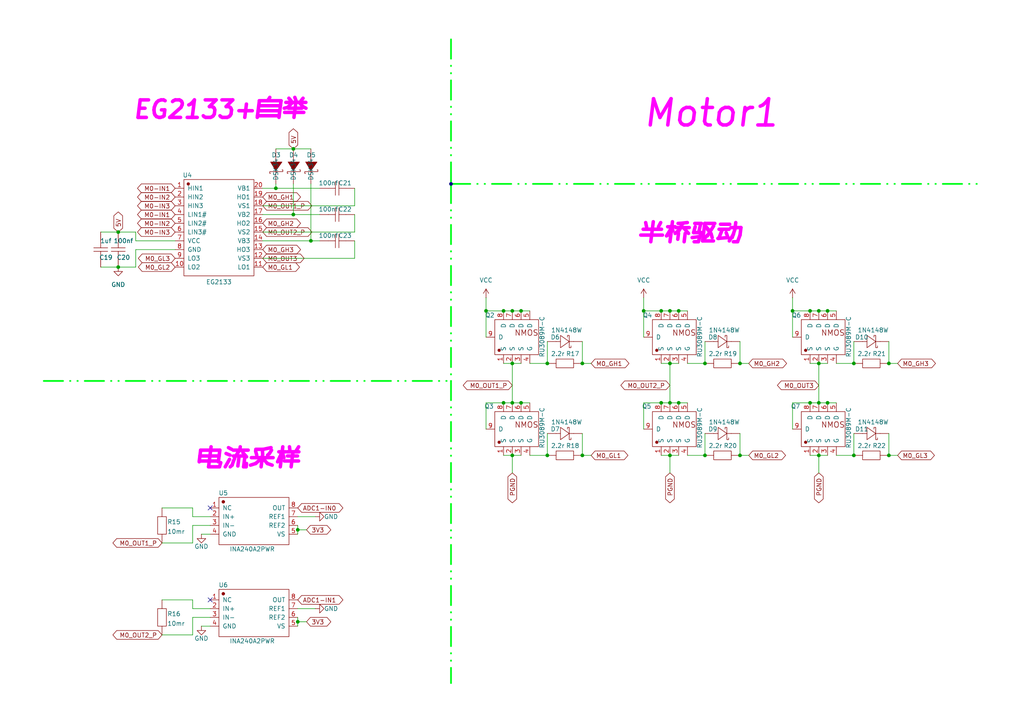
<source format=kicad_sch>
(kicad_sch (version 20250114) (generator "eeschema") (generator_version "9.0")
  (paper "A4")
  (title_block (title "Drive1") (date "2025-01-24") (rev "Dennis_Re_Yoonjiho"))
  (lib_symbols
    (symbol "Ts_Foc_Vo符号库:1N4148W" (pin_numbers (hide yes)) (pin_names (offset 1.016) (hide yes))
      (property "Reference" "D" (at -5.08 1.524 0))
      (property "Value" "1N4148W" (at 1.016 3.048 0))
      (symbol "1N4148W_1_1"
        (polyline (pts (xy -2.54 0) (xy -1.27 0)) (stroke (width 0.1524)))
        (polyline (pts (xy -1.27 -1.778) (xy 1.27 0) (xy -1.27 1.778) (xy -1.27 -1.778)) (stroke (width 0.1524)))
        (polyline (pts (xy 1.27 0) (xy 2.54 0)) (stroke (width 0.1524)))
        (polyline (pts (xy 1.778 -1.27) (xy 1.778 -1.778) (xy 1.27 -1.778) (xy 1.27 1.778) (xy 0.762 1.778) (xy 0.762 1.27)) (stroke (width 0.1524)))
        (pin input line (at -5.08 0 0) (length 2.54) (name "A") (number "1"))
        (pin input line (at 5.08 0 180) (length 2.54) (name "K") (number "2"))
      )
    )
    (symbol "Ts_Foc_Vo符号库:CAP" (pin_numbers (hide yes)) (pin_names (offset 1.016) (hide yes))
      (property "Reference" "C" (at -2.286 1.524 0))
      (property "Value" "Value" (at 3.81 1.524 0))
      (symbol "CAP_1_1"
        (polyline (pts (xy -0.508 0) (xy -2.54 0)) (stroke (width 0.1524)))
        (polyline (pts (xy -0.508 -2.032) (xy -0.508 2.032)) (stroke (width 0.1524)))
        (polyline (pts (xy 0.508 2.032) (xy 0.508 -2.032)) (stroke (width 0.1524)))
        (polyline (pts (xy 2.54 0) (xy 0.508 0)) (stroke (width 0.1524)))
        (pin input line (at -5.08 0 0) (length 2.54) (name "1") (number "1"))
        (pin input line (at 5.08 0 180) (length 2.54) (name "2") (number "2"))
      )
    )
    (symbol "Ts_Foc_Vo符号库:DSK34" (pin_numbers (hide yes)) (pin_names (offset 1.016) (hide yes))
      (property "Reference" "D" (at -4.064 1.778 0))
      (property "Value" "DSK34" (at 3.048 2.54 0))
      (symbol "DSK34_1_1"
        (polyline (pts (xy -2.032 1.524) (xy -2.032 1.778) (xy -1.524 1.778) (xy -1.524 -2.032) (xy -1.016 -2.032) (xy -1.016 -1.778)) (stroke (width 0.1524)))
        (polyline (pts (xy 1.27 1.524) (xy -1.27 0) (xy 1.27 -1.778) (xy 1.27 1.524)) (stroke (width 0.1524)) (fill (type outline)))
        (pin input line (at -5.08 0 0) (length 3.81) (name "K") (number "1"))
        (pin input line (at 5.08 0 180) (length 3.81) (name "A") (number "2"))
      )
    )
    (symbol "Ts_Foc_Vo符号库:EG2133" (pin_names (offset 1.016))
      (property "Reference" "U" (at -9.652 14.986 0))
      (property "Value" "EG2133" (at 1.524 15.494 0))
      (symbol "EG2133_1_1"
        (rectangle (start -10.16 13.97) (end 10.16 -13.97) (stroke (width 0.1524)))
        (circle (center -8.89 12.7) (radius 0.381) (stroke (width 0.1524)) (fill (type outline)))
        (pin input line (at -12.7 11.43 0) (length 2.54) (name "HIN1") (number "1"))
        (pin input line (at -12.7 8.89 0) (length 2.54) (name "HIN2") (number "2"))
        (pin input line (at -12.7 6.35 0) (length 2.54) (name "HIN3") (number "3"))
        (pin input line (at -12.7 3.81 0) (length 2.54) (name "LIN1#") (number "4"))
        (pin input line (at -12.7 1.27 0) (length 2.54) (name "LIN2#") (number "5"))
        (pin input line (at -12.7 -1.27 0) (length 2.54) (name "LIN3#") (number "6"))
        (pin input line (at -12.7 -3.81 0) (length 2.54) (name "VCC") (number "7"))
        (pin input line (at -12.7 -6.35 0) (length 2.54) (name "GND") (number "8"))
        (pin input line (at -12.7 -8.89 0) (length 2.54) (name "LO3") (number "9"))
        (pin input line (at -12.7 -11.43 0) (length 2.54) (name "LO2") (number "10"))
        (pin input line (at 12.7 11.43 180) (length 2.54) (name "VB1") (number "20"))
        (pin input line (at 12.7 8.89 180) (length 2.54) (name "HO1") (number "19"))
        (pin input line (at 12.7 6.35 180) (length 2.54) (name "VS1") (number "18"))
        (pin input line (at 12.7 3.81 180) (length 2.54) (name "VB2") (number "17"))
        (pin input line (at 12.7 1.27 180) (length 2.54) (name "HO2") (number "16"))
        (pin input line (at 12.7 -1.27 180) (length 2.54) (name "VS2") (number "15"))
        (pin input line (at 12.7 -3.81 180) (length 2.54) (name "VB3") (number "14"))
        (pin input line (at 12.7 -6.35 180) (length 2.54) (name "HO3") (number "13"))
        (pin input line (at 12.7 -8.89 180) (length 2.54) (name "VS3") (number "12"))
        (pin input line (at 12.7 -11.43 180) (length 2.54) (name "LO1") (number "11"))
      )
    )
    (symbol "Ts_Foc_Vo符号库:INA240A2PWR" (pin_names (offset 1.016))
      (property "Reference" "U" (at -9.906 8.128 0))
      (property "Value" "INA240A2PWR" (at 0.762 8.128 0))
      (symbol "INA240A2PWR_1_1"
        (rectangle (start -10.16 6.858) (end 10.16 -6.858) (stroke (width 0.1524)))
        (circle (center -8.89 5.588) (radius 0.381) (stroke (width 0.1524)) (fill (type outline)))
        (circle (center -8.89 5.588) (radius 0.381) (stroke (width 0.1524)) (fill (type outline)))
        (pin input line (at -12.7 3.81 0) (length 2.54) (name "NC") (number "1"))
        (pin input line (at -12.7 1.27 0) (length 2.54) (name "IN+") (number "2"))
        (pin input line (at -12.7 -1.27 0) (length 2.54) (name "IN-") (number "3"))
        (pin input line (at -12.7 -3.81 0) (length 2.54) (name "GND") (number "4"))
        (pin input line (at 12.7 3.81 180) (length 2.54) (name "OUT") (number "8"))
        (pin input line (at 12.7 1.27 180) (length 2.54) (name "REF1") (number "7"))
        (pin input line (at 12.7 -1.27 180) (length 2.54) (name "REF2") (number "6"))
        (pin input line (at 12.7 -3.81 180) (length 2.54) (name "VS") (number "5"))
      )
    )
    (symbol "Ts_Foc_Vo符号库:RES" (pin_numbers (hide yes)) (pin_names (offset 1.016) (hide yes))
      (property "Reference" "R" (at -2.286 2.032 0))
      (property "Value" "Value" (at 2.286 2.032 0))
      (symbol "RES_1_1"
        (rectangle (start -2.54 1.27) (end 2.54 -1.27) (stroke (width 0.1524)))
        (pin input line (at -5.08 0 0) (length 2.54) (name "1") (number "1"))
        (pin input line (at 5.08 0 180) (length 2.54) (name "2") (number "2"))
      )
    )
    (symbol "Ts_Foc_Vo符号库:RU3089M-C" (pin_names (offset 1.016))
      (property "Reference" "Q" (at -4.572 6.096 0))
      (property "Value" "RU3089M-C" (at 0.254 -8.89 0))
      (symbol "RU3089M-C_1_1"
        (rectangle (start -5.08 5.08) (end 5.08 -7.62) (stroke (width 0.1524)))
        (circle (center -3.81 3.81) (radius 0.381) (stroke (width 0.1524)) (fill (type outline)))
        (text "NMOS" (at 1.27 -7.62 900) (effects (font (size 1.6256 1.6256)) (justify left)))
        (pin input line (at -7.62 2.54 0) (length 2.54) (name "S") (number "1"))
        (pin input line (at -7.62 0 0) (length 2.54) (name "S") (number "2"))
        (pin input line (at -7.62 -2.54 0) (length 2.54) (name "S") (number "3"))
        (pin input line (at -7.62 -5.08 0) (length 2.54) (name "G") (number "4"))
        (pin input line (at 0 7.62 270) (length 2.54) (name "D") (number "9"))
        (pin input line (at 7.62 2.54 180) (length 2.54) (name "D") (number "8"))
        (pin input line (at 7.62 0 180) (length 2.54) (name "D") (number "7"))
        (pin input line (at 7.62 -2.54 180) (length 2.54) (name "D") (number "6"))
        (pin input line (at 7.62 -5.08 180) (length 2.54) (name "D") (number "5"))
      )
    )
    (symbol "power:GND" (power) (pin_numbers (hide yes)) (pin_names (offset 0) (hide yes))
      (property "Value" "GND" (at 0 -3.81 0))
      (symbol "GND_0_1"
        (polyline (pts (xy 0 0) (xy 0 -1.27) (xy 1.27 -1.27) (xy 0 -2.54) (xy -1.27 -1.27) (xy 0 -1.27)))
      )
      (symbol "GND_1_1"
        (pin power_in line (at 0 0 270) (length 0) (name "~") (number "1"))
      )
    )
    (symbol "power:VCC" (power) (pin_numbers (hide yes)) (pin_names (offset 0) (hide yes))
      (property "Value" "VCC" (at 0 3.556 0))
      (symbol "VCC_0_1"
        (polyline (pts (xy -0.762 1.27) (xy 0 2.54)))
        (polyline (pts (xy 0 2.54) (xy 0.762 1.27)))
        (polyline (pts (xy 0 0) (xy 0 2.54)))
      )
      (symbol "VCC_1_1"
        (pin power_in line (at 0 0 90) (length 0) (name "~") (number "1"))
      )
    )
  )
  (text "电流采样" (exclude_from_sim yes) (at 72.136 133.35 0) (effects (font (size 5.08 5.08) (thickness 1.016) (bold yes) (italic yes))))
  (text "Motor1\n" (exclude_from_sim yes) (at 206.248 33.02 0) (effects (font (size 7.62 7.62) (thickness 1.016) (bold yes) (italic yes))))
  (text "半桥驱动" (exclude_from_sim yes) (at 200.152 68.072 0) (effects (font (size 5.08 5.08) (thickness 1.016) (bold yes) (italic yes))))
  (text "EG2133+自举" (exclude_from_sim yes) (at 64.008 32.004 0) (effects (font (size 5.08 5.08) (thickness 1.016) (bold yes) (italic yes))))
  (junction (at 229.87 90.17))
  (junction (at 146.05 116.84))
  (junction (at 34.29 67.31))
  (junction (at 234.95 116.84))
  (junction (at 86.36 153.67))
  (junction (at 240.03 116.84))
  (junction (at 194.31 105.41))
  (junction (at 191.77 116.84))
  (junction (at 257.81 105.41))
  (junction (at 214.63 132.08))
  (junction (at 247.65 132.08))
  (junction (at 194.31 132.08))
  (junction (at 90.17 69.85))
  (junction (at 257.81 132.08))
  (junction (at 80.01 54.61))
  (junction (at 146.05 90.17))
  (junction (at 86.36 180.34))
  (junction (at 148.59 105.41))
  (junction (at 85.09 43.18))
  (junction (at 130.81 53.34))
  (junction (at 148.59 90.17))
  (junction (at 130.81 110.49) (diameter 0.127) (color 0 255 25 1))
  (junction (at 151.13 116.84))
  (junction (at 34.29 77.47))
  (junction (at 151.13 90.17))
  (junction (at 237.49 132.08))
  (junction (at 214.63 105.41))
  (junction (at 196.85 116.84))
  (junction (at 186.69 90.17))
  (junction (at 194.31 116.84))
  (junction (at 168.91 105.41))
  (junction (at 168.91 132.08))
  (junction (at 237.49 116.84))
  (junction (at 140.97 90.17))
  (junction (at 148.59 132.08))
  (junction (at 240.03 90.17))
  (junction (at 194.31 90.17))
  (junction (at 85.09 62.23))
  (junction (at 148.59 116.84))
  (junction (at 204.47 105.41))
  (junction (at 234.95 90.17))
  (junction (at 247.65 105.41))
  (junction (at 158.75 132.08))
  (junction (at 191.77 90.17))
  (junction (at 237.49 105.41))
  (junction (at 158.75 105.41))
  (junction (at 237.49 90.17))
  (junction (at 196.85 90.17))
  (junction (at 204.47 132.08))
  (no_connect (at 60.96 147.32))
  (no_connect (at 60.96 173.99))
  (wire (pts (xy 242.57 132.08) (xy 247.65 132.08)))
  (wire (pts (xy 80.01 54.61) (xy 92.71 54.61)))
  (wire (pts (xy 240.03 90.17) (xy 242.57 90.17)))
  (bus (pts (xy 130.81 110.49) (xy 130.81 198.12)) (stroke (width 0.508) (type dash_dot_dot) (color 0 255 25 1)))
  (wire (pts (xy 102.87 74.93) (xy 76.2 74.93)))
  (wire (pts (xy 60.96 149.86) (xy 55.88 149.86)))
  (wire (pts (xy 237.49 137.16) (xy 237.49 132.08)))
  (wire (pts (xy 102.87 67.31) (xy 76.2 67.31)))
  (wire (pts (xy 140.97 90.17) (xy 140.97 97.79)))
  (wire (pts (xy 229.87 90.17) (xy 229.87 97.79)))
  (wire (pts (xy 46.99 184.15) (xy 55.88 184.15)))
  (wire (pts (xy 168.91 125.73) (xy 168.91 132.08)))
  (wire (pts (xy 257.81 105.41) (xy 260.35 105.41)))
  (wire (pts (xy 158.75 125.73) (xy 158.75 132.08)))
  (wire (pts (xy 146.05 90.17) (xy 140.97 90.17)))
  (wire (pts (xy 90.17 69.85) (xy 92.71 69.85)))
  (wire (pts (xy 214.63 125.73) (xy 214.63 132.08)))
  (wire (pts (xy 237.49 116.84) (xy 240.03 116.84)))
  (wire (pts (xy 34.29 67.31) (xy 39.37 67.31)))
  (wire (pts (xy 146.05 105.41) (xy 148.59 105.41)))
  (wire (pts (xy 199.39 132.08) (xy 204.47 132.08)))
  (wire (pts (xy 186.69 124.46) (xy 186.69 116.84)))
  (wire (pts (xy 240.03 116.84) (xy 242.57 116.84)))
  (wire (pts (xy 76.2 69.85) (xy 90.17 69.85)))
  (wire (pts (xy 146.05 116.84) (xy 148.59 116.84)))
  (wire (pts (xy 146.05 132.08) (xy 148.59 132.08)))
  (wire (pts (xy 196.85 116.84) (xy 199.39 116.84)))
  (wire (pts (xy 194.31 116.84) (xy 196.85 116.84)))
  (wire (pts (xy 148.59 105.41) (xy 148.59 116.84)))
  (wire (pts (xy 234.95 116.84) (xy 237.49 116.84)))
  (wire (pts (xy 229.87 116.84) (xy 234.95 116.84)))
  (wire (pts (xy 247.65 99.06) (xy 247.65 105.41)))
  (wire (pts (xy 55.88 149.86) (xy 55.88 147.32)))
  (wire (pts (xy 148.59 116.84) (xy 151.13 116.84)))
  (wire (pts (xy 85.09 62.23) (xy 92.71 62.23)))
  (wire (pts (xy 194.31 132.08) (xy 196.85 132.08)))
  (wire (pts (xy 186.69 90.17) (xy 186.69 97.79)))
  (wire (pts (xy 86.36 179.07) (xy 86.36 180.34)))
  (wire (pts (xy 257.81 125.73) (xy 257.81 132.08)))
  (wire (pts (xy 80.01 53.34) (xy 80.01 54.61)))
  (wire (pts (xy 191.77 116.84) (xy 194.31 116.84)))
  (wire (pts (xy 148.59 90.17) (xy 151.13 90.17)))
  (bus (pts (xy 12.7 110.49) (xy 130.81 110.49)) (stroke (width 0.508) (type dash_dot_dot) (color 0 255 25 1)))
  (wire (pts (xy 60.96 176.53) (xy 55.88 176.53)))
  (wire (pts (xy 46.99 157.48) (xy 55.88 157.48)))
  (wire (pts (xy 91.44 176.53) (xy 86.36 176.53)))
  (wire (pts (xy 237.49 90.17) (xy 240.03 90.17)))
  (wire (pts (xy 85.09 43.18) (xy 90.17 43.18)))
  (wire (pts (xy 194.31 105.41) (xy 194.31 116.84)))
  (wire (pts (xy 148.59 105.41) (xy 151.13 105.41)))
  (wire (pts (xy 55.88 184.15) (xy 55.88 179.07)))
  (wire (pts (xy 39.37 72.39) (xy 39.37 77.47)))
  (bus (pts (xy 130.81 11.43) (xy 130.81 53.34)) (stroke (width 0.508) (type dash_dot_dot) (color 0 255 25 1)))
  (wire (pts (xy 191.77 90.17) (xy 194.31 90.17)))
  (wire (pts (xy 191.77 105.41) (xy 194.31 105.41)))
  (wire (pts (xy 76.2 62.23) (xy 85.09 62.23)))
  (wire (pts (xy 90.17 53.34) (xy 90.17 69.85)))
  (wire (pts (xy 199.39 105.41) (xy 204.47 105.41)))
  (wire (pts (xy 234.95 132.08) (xy 237.49 132.08)))
  (wire (pts (xy 214.63 132.08) (xy 217.17 132.08)))
  (wire (pts (xy 86.36 152.4) (xy 86.36 153.67)))
  (wire (pts (xy 158.75 99.06) (xy 158.75 105.41)))
  (wire (pts (xy 214.63 105.41) (xy 217.17 105.41)))
  (wire (pts (xy 39.37 67.31) (xy 39.37 69.85)))
  (wire (pts (xy 186.69 86.36) (xy 186.69 90.17)))
  (wire (pts (xy 55.88 152.4) (xy 60.96 152.4)))
  (wire (pts (xy 151.13 90.17) (xy 153.67 90.17)))
  (wire (pts (xy 194.31 137.16) (xy 194.31 132.08)))
  (wire (pts (xy 140.97 86.36) (xy 140.97 90.17)))
  (bus (pts (xy 130.81 53.34) (xy 130.81 110.49)) (stroke (width 0.508) (type dash_dot_dot) (color 0 255 25 1)))
  (wire (pts (xy 234.95 105.41) (xy 237.49 105.41)))
  (wire (pts (xy 29.21 77.47) (xy 34.29 77.47)))
  (wire (pts (xy 86.36 153.67) (xy 86.36 154.94)))
  (wire (pts (xy 76.2 54.61) (xy 80.01 54.61)))
  (wire (pts (xy 80.01 43.18) (xy 85.09 43.18)))
  (wire (pts (xy 194.31 90.17) (xy 196.85 90.17)))
  (bus (pts (xy 130.81 53.34) (xy 284.48 53.34)) (stroke (width 0.508) (type dash_dot_dot) (color 0 255 25 1)))
  (wire (pts (xy 186.69 116.84) (xy 191.77 116.84)))
  (wire (pts (xy 153.67 105.41) (xy 158.75 105.41)))
  (wire (pts (xy 196.85 90.17) (xy 199.39 90.17)))
  (wire (pts (xy 140.97 116.84) (xy 146.05 116.84)))
  (wire (pts (xy 247.65 125.73) (xy 247.65 132.08)))
  (wire (pts (xy 102.87 62.23) (xy 102.87 67.31)))
  (wire (pts (xy 168.91 132.08) (xy 171.45 132.08)))
  (wire (pts (xy 191.77 132.08) (xy 194.31 132.08)))
  (wire (pts (xy 214.63 99.06) (xy 214.63 105.41)))
  (wire (pts (xy 234.95 90.17) (xy 229.87 90.17)))
  (wire (pts (xy 102.87 59.69) (xy 76.2 59.69)))
  (wire (pts (xy 194.31 105.41) (xy 196.85 105.41)))
  (wire (pts (xy 140.97 124.46) (xy 140.97 116.84)))
  (wire (pts (xy 229.87 124.46) (xy 229.87 116.84)))
  (wire (pts (xy 91.44 149.86) (xy 86.36 149.86)))
  (wire (pts (xy 168.91 99.06) (xy 168.91 105.41)))
  (wire (pts (xy 229.87 86.36) (xy 229.87 90.17)))
  (wire (pts (xy 55.88 157.48) (xy 55.88 152.4)))
  (wire (pts (xy 39.37 77.47) (xy 34.29 77.47)))
  (wire (pts (xy 88.9 180.34) (xy 86.36 180.34)))
  (wire (pts (xy 55.88 176.53) (xy 55.88 173.99)))
  (wire (pts (xy 204.47 125.73) (xy 204.47 132.08)))
  (wire (pts (xy 86.36 180.34) (xy 86.36 181.61)))
  (wire (pts (xy 50.8 72.39) (xy 39.37 72.39)))
  (wire (pts (xy 146.05 90.17) (xy 148.59 90.17)))
  (wire (pts (xy 29.21 67.31) (xy 34.29 67.31)))
  (wire (pts (xy 102.87 54.61) (xy 102.87 59.69)))
  (wire (pts (xy 234.95 90.17) (xy 237.49 90.17)))
  (wire (pts (xy 242.57 105.41) (xy 247.65 105.41)))
  (wire (pts (xy 237.49 105.41) (xy 240.03 105.41)))
  (wire (pts (xy 237.49 105.41) (xy 237.49 116.84)))
  (wire (pts (xy 85.09 53.34) (xy 85.09 62.23)))
  (wire (pts (xy 55.88 147.32) (xy 46.99 147.32)))
  (wire (pts (xy 257.81 99.06) (xy 257.81 105.41)))
  (wire (pts (xy 148.59 137.16) (xy 148.59 132.08)))
  (wire (pts (xy 191.77 90.17) (xy 186.69 90.17)))
  (wire (pts (xy 151.13 116.84) (xy 153.67 116.84)))
  (wire (pts (xy 148.59 132.08) (xy 151.13 132.08)))
  (wire (pts (xy 55.88 179.07) (xy 60.96 179.07)))
  (wire (pts (xy 88.9 153.67) (xy 86.36 153.67)))
  (wire (pts (xy 168.91 105.41) (xy 171.45 105.41)))
  (wire (pts (xy 102.87 69.85) (xy 102.87 74.93)))
  (wire (pts (xy 58.42 181.61) (xy 60.96 181.61)))
  (wire (pts (xy 58.42 154.94) (xy 60.96 154.94)))
  (wire (pts (xy 204.47 99.06) (xy 204.47 105.41)))
  (wire (pts (xy 55.88 173.99) (xy 46.99 173.99)))
  (wire (pts (xy 39.37 69.85) (xy 50.8 69.85)))
  (wire (pts (xy 257.81 132.08) (xy 260.35 132.08)))
  (wire (pts (xy 237.49 132.08) (xy 240.03 132.08)))
  (wire (pts (xy 153.67 132.08) (xy 158.75 132.08)))
  (global_label "M0_GH3" (shape bidirectional) (at 260.35 105.41 0) (property "Intersheetrefs" "${INTERSHEET_REFS}" (effects (hide yes))))
  (global_label "M0_GH1" (shape bidirectional) (at 171.45 105.41 0) (property "Intersheetrefs" "${INTERSHEET_REFS}" (effects (hide yes))))
  (global_label "M0_OUT1_P" (shape bidirectional) (at 76.2 59.69 0) (property "Intersheetrefs" "${INTERSHEET_REFS}" (effects (hide yes))))
  (global_label "M0_OUT3" (shape bidirectional) (at 76.2 74.93 0) (property "Intersheetrefs" "${INTERSHEET_REFS}" (effects (hide yes))))
  (global_label "M0-IN3" (shape bidirectional) (at 50.8 67.31 180) (property "Intersheetrefs" "${INTERSHEET_REFS}" (effects (hide yes))))
  (global_label "M0_OUT1_P" (shape bidirectional) (at 46.99 157.48 180) (property "Intersheetrefs" "${INTERSHEET_REFS}" (effects (hide yes))))
  (global_label "5V" (shape bidirectional) (at 34.29 67.31 90) (property "Intersheetrefs" "${INTERSHEET_REFS}" (effects (hide yes))))
  (global_label "ADC1-IN0" (shape bidirectional) (at 86.36 147.32 0) (property "Intersheetrefs" "${INTERSHEET_REFS}" (effects (hide yes))))
  (global_label "M0_GL1" (shape bidirectional) (at 76.2 77.47 0) (property "Intersheetrefs" "${INTERSHEET_REFS}" (effects (hide yes))))
  (global_label "M0_GH3" (shape bidirectional) (at 76.2 72.39 0) (property "Intersheetrefs" "${INTERSHEET_REFS}" (effects (hide yes))))
  (global_label "M0_OUT2_P" (shape bidirectional) (at 194.31 111.76 180) (property "Intersheetrefs" "${INTERSHEET_REFS}" (effects (hide yes))))
  (global_label "3V3" (shape bidirectional) (at 88.9 153.67 0) (property "Intersheetrefs" "${INTERSHEET_REFS}" (effects (hide yes))))
  (global_label "M0_GL3" (shape bidirectional) (at 50.8 74.93 180) (property "Intersheetrefs" "${INTERSHEET_REFS}" (effects (hide yes))))
  (global_label "M0_GH2" (shape bidirectional) (at 217.17 105.41 0) (property "Intersheetrefs" "${INTERSHEET_REFS}" (effects (hide yes))))
  (global_label "ADC1-IN1" (shape bidirectional) (at 86.36 173.99 0) (property "Intersheetrefs" "${INTERSHEET_REFS}" (effects (hide yes))))
  (global_label "M0_GH1" (shape bidirectional) (at 76.2 57.15 0) (property "Intersheetrefs" "${INTERSHEET_REFS}" (effects (hide yes))))
  (global_label "PGND" (shape bidirectional) (at 237.49 137.16 270) (property "Intersheetrefs" "${INTERSHEET_REFS}" (effects (hide yes))))
  (global_label "M0-IN2" (shape bidirectional) (at 50.8 57.15 180) (property "Intersheetrefs" "${INTERSHEET_REFS}" (effects (hide yes))))
  (global_label "M0_GL3" (shape bidirectional) (at 260.35 132.08 0) (property "Intersheetrefs" "${INTERSHEET_REFS}" (effects (hide yes))))
  (global_label "M0_GH2" (shape bidirectional) (at 76.2 64.77 0) (property "Intersheetrefs" "${INTERSHEET_REFS}" (effects (hide yes))))
  (global_label "M0_OUT3" (shape bidirectional) (at 237.49 111.76 180) (property "Intersheetrefs" "${INTERSHEET_REFS}" (effects (hide yes))))
  (global_label "M0_OUT2_P" (shape bidirectional) (at 76.2 67.31 0) (property "Intersheetrefs" "${INTERSHEET_REFS}" (effects (hide yes))))
  (global_label "3V3" (shape bidirectional) (at 88.9 180.34 0) (property "Intersheetrefs" "${INTERSHEET_REFS}" (effects (hide yes))))
  (global_label "PGND" (shape bidirectional) (at 148.59 137.16 270) (property "Intersheetrefs" "${INTERSHEET_REFS}" (effects (hide yes))))
  (global_label "M0-IN2" (shape bidirectional) (at 50.8 64.77 180) (property "Intersheetrefs" "${INTERSHEET_REFS}" (effects (hide yes))))
  (global_label "M0-IN1" (shape bidirectional) (at 50.8 62.23 180) (property "Intersheetrefs" "${INTERSHEET_REFS}" (effects (hide yes))))
  (global_label "M0_GL1" (shape bidirectional) (at 171.45 132.08 0) (property "Intersheetrefs" "${INTERSHEET_REFS}" (effects (hide yes))))
  (global_label "M0-IN3" (shape bidirectional) (at 50.8 59.69 180) (property "Intersheetrefs" "${INTERSHEET_REFS}" (effects (hide yes))))
  (global_label "M0-IN1" (shape bidirectional) (at 50.8 54.61 180) (property "Intersheetrefs" "${INTERSHEET_REFS}" (effects (hide yes))))
  (global_label "M0_GL2" (shape bidirectional) (at 50.8 77.47 180) (property "Intersheetrefs" "${INTERSHEET_REFS}" (effects (hide yes))))
  (global_label "5V" (shape bidirectional) (at 85.09 43.18 90) (property "Intersheetrefs" "${INTERSHEET_REFS}" (effects (hide yes))))
  (global_label "M0_OUT2_P" (shape bidirectional) (at 46.99 184.15 180) (property "Intersheetrefs" "${INTERSHEET_REFS}" (effects (hide yes))))
  (global_label "PGND" (shape bidirectional) (at 194.31 137.16 270) (property "Intersheetrefs" "${INTERSHEET_REFS}" (effects (hide yes))))
  (global_label "M0_GL2" (shape bidirectional) (at 217.17 132.08 0) (property "Intersheetrefs" "${INTERSHEET_REFS}" (effects (hide yes))))
  (global_label "M0_OUT1_P" (shape bidirectional) (at 148.59 111.76 180) (property "Intersheetrefs" "${INTERSHEET_REFS}" (effects (hide yes))))
  (symbol (lib_id "Ts_Foc_Vo符号库:CAP") (at 97.79 69.85 180) (unit 1)
    (property "Reference" "C23" (at 100.076 68.326 0))
    (property "Value" "100nf" (at 95.25 68.326 0))
    (property "Footprint" "Ts_Foc_Vo封装库:CAP_0402" (effects (hide yes)))
    (property "Datasheet" "http://www.szlcsc.com/product/details_602003.html" (effects (hide yes)))
    (property "SuppliersPartNumber" "C575438" (effects (hide yes)))
    (property "uuid" "std:0b682b3549a44c2f91624e74dc370f45" (effects (hide yes)))
  )
  (symbol (lib_id "power:VCC") (at 186.69 86.36 0) (unit 1)
    (property "Reference" "#PWR024" (effects (hide yes)))
    (property "Value" "VCC" (at 186.69 81.28 0))
    (property "Description" "Power symbol creates a global label with name \"VCC\"" (effects (hide yes)))
  )
  (symbol (lib_id "Ts_Foc_Vo符号库:CAP") (at 34.29 72.39 90) (unit 1)
    (property "Reference" "C20" (at 35.814 74.676 90))
    (property "Value" "100nf" (at 35.814 69.85 90))
    (property "Footprint" "Ts_Foc_Vo封装库:CAP_0402" (effects (hide yes)))
    (property "Datasheet" "http://www.szlcsc.com/product/details_602003.html" (effects (hide yes)))
    (property "SuppliersPartNumber" "C575438" (effects (hide yes)))
    (property "uuid" "std:0b682b3549a44c2f91624e74dc370f45" (effects (hide yes)))
  )
  (symbol (lib_id "Ts_Foc_Vo符号库:RU3089M-C") (at 148.59 124.46 90) (unit 1)
    (property "Reference" "Q3" (at 140.462 117.856 90) (effects (justify right)))
    (property "Value" "RU3089M-C" (at 157.226 118.11 0) (effects (justify right)))
    (property "Footprint" "Ts_Foc_Vo封装库:RU3089M-C_PQFN-8" (effects (hide yes)))
    (property "Datasheet" "http://www.szlcsc.com/product/details_539374.html" (effects (hide yes)))
    (property "SuppliersPartNumber" "C521551" (effects (hide yes)))
    (property "uuid" "std:eaed6c6dee514a1b9b59ef9944d5e1b5" (effects (hide yes)))
  )
  (symbol (lib_id "Ts_Foc_Vo符号库:RES") (at 163.83 132.08 0) (unit 1)
    (property "Reference" "R18" (at 166.116 129.286 0))
    (property "Value" "2.2r" (at 161.798 129.286 0))
    (property "Footprint" "Ts_Foc_Vo封装库:Res_0402" (effects (hide yes)))
    (property "SuppliersPartNumber" "C5200633" (effects (hide yes)))
    (property "uuid" "std:0c78b8f437b74d4badbc2695159e48f2" (effects (hide yes)))
  )
  (symbol (lib_id "Ts_Foc_Vo符号库:1N4148W") (at 252.73 99.06 0) (unit 1)
    (property "Reference" "D10" (at 249.936 97.79 0))
    (property "Value" "1N4148W" (at 253.238 95.758 0))
    (property "Footprint" "Ts_Foc_Vo封装库:1N4148W_SOD-123" (effects (hide yes)))
    (property "SuppliersPartNumber" "C7420318" (effects (hide yes)))
    (property "uuid" "std:ec7a5fe3cdee49c4ba67c555fdedf9eb" (effects (hide yes)))
  )
  (symbol (lib_id "Ts_Foc_Vo符号库:RES") (at 46.99 179.07 90) (unit 1)
    (property "Reference" "R16" (at 48.514 178.054 90) (effects (justify right)))
    (property "Value" "10mr" (at 48.514 180.848 90) (effects (justify right)))
    (property "Footprint" "Ts_Foc_Vo封装库:Res_1206" (effects (hide yes)))
    (property "SuppliersPartNumber" "C5200633" (effects (hide yes)))
    (property "uuid" "std:0c78b8f437b74d4badbc2695159e48f2" (effects (hide yes)))
  )
  (symbol (lib_id "Ts_Foc_Vo符号库:RES") (at 46.99 152.4 90) (unit 1)
    (property "Reference" "R15" (at 48.514 151.384 90) (effects (justify right)))
    (property "Value" "10mr" (at 48.514 154.178 90) (effects (justify right)))
    (property "Footprint" "Ts_Foc_Vo封装库:Res_1206" (effects (hide yes)))
    (property "SuppliersPartNumber" "C5200633" (effects (hide yes)))
    (property "uuid" "std:0c78b8f437b74d4badbc2695159e48f2" (effects (hide yes)))
  )
  (symbol (lib_id "Ts_Foc_Vo符号库:RES") (at 209.55 132.08 0) (unit 1)
    (property "Reference" "R20" (at 211.836 129.286 0))
    (property "Value" "2.2r" (at 207.518 129.286 0))
    (property "Footprint" "Ts_Foc_Vo封装库:Res_0402" (effects (hide yes)))
    (property "SuppliersPartNumber" "C5200633" (effects (hide yes)))
    (property "uuid" "std:0c78b8f437b74d4badbc2695159e48f2" (effects (hide yes)))
  )
  (symbol (lib_id "power:GND") (at 58.42 154.94 0) (unit 1)
    (property "Reference" "#PWR020" (effects (hide yes)))
    (property "Value" "GND" (at 58.42 158.496 0))
    (property "Description" "Power symbol creates a global label with name \"GND\" , ground" (effects (hide yes)))
  )
  (symbol (lib_id "Ts_Foc_Vo符号库:1N4148W") (at 163.83 125.73 0) (unit 1)
    (property "Reference" "D7" (at 161.036 124.46 0))
    (property "Value" "1N4148W" (at 164.338 122.428 0))
    (property "Footprint" "Ts_Foc_Vo封装库:1N4148W_SOD-123" (effects (hide yes)))
    (property "SuppliersPartNumber" "C7420318" (effects (hide yes)))
    (property "uuid" "std:ec7a5fe3cdee49c4ba67c555fdedf9eb" (effects (hide yes)))
  )
  (symbol (lib_id "Ts_Foc_Vo符号库:RU3089M-C") (at 237.49 97.79 90) (unit 1)
    (property "Reference" "Q6" (at 229.616 91.44 90) (effects (justify right)))
    (property "Value" "RU3089M-C" (at 246.126 91.694 0) (effects (justify right)))
    (property "Footprint" "Ts_Foc_Vo封装库:RU3089M-C_PQFN-8" (effects (hide yes)))
    (property "Datasheet" "http://www.szlcsc.com/product/details_539374.html" (effects (hide yes)))
    (property "SuppliersPartNumber" "C521551" (effects (hide yes)))
    (property "uuid" "std:eaed6c6dee514a1b9b59ef9944d5e1b5" (effects (hide yes)))
  )
  (symbol (lib_id "Ts_Foc_Vo符号库:INA240A2PWR") (at 73.66 177.8 0) (unit 1)
    (property "Reference" "U6" (at 64.77 169.672 0))
    (property "Value" "INA240A2PWR" (at 73.152 185.928 0))
    (property "Footprint" "Ts_Foc_Vo封装库:INA240A2PWR_TSSOP-8" (effects (hide yes)))
    (property "Datasheet" "http://www.szlcsc.com/product/details_141236.html" (effects (hide yes)))
    (property "SuppliersPartNumber" "C129949" (effects (hide yes)))
    (property "uuid" "std:dbcaa12a6f174e2384008bee47427f39" (effects (hide yes)))
  )
  (symbol (lib_id "power:GND") (at 91.44 149.86 90) (unit 1)
    (property "Reference" "#PWR019" (effects (hide yes)))
    (property "Value" "GND" (at 93.98 149.86 90) (effects (justify right)))
    (property "Description" "Power symbol creates a global label with name \"GND\" , ground" (effects (hide yes)))
  )
  (symbol (lib_id "power:VCC") (at 229.87 86.36 0) (unit 1)
    (property "Reference" "#PWR025" (effects (hide yes)))
    (property "Value" "VCC" (at 229.87 81.28 0))
    (property "Description" "Power symbol creates a global label with name \"VCC\"" (effects (hide yes)))
  )
  (symbol (lib_id "Ts_Foc_Vo符号库:1N4148W") (at 209.55 99.06 0) (unit 1)
    (property "Reference" "D8" (at 206.756 97.79 0))
    (property "Value" "1N4148W" (at 210.058 95.758 0))
    (property "Footprint" "Ts_Foc_Vo封装库:1N4148W_SOD-123" (effects (hide yes)))
    (property "SuppliersPartNumber" "C7420318" (effects (hide yes)))
    (property "uuid" "std:ec7a5fe3cdee49c4ba67c555fdedf9eb" (effects (hide yes)))
  )
  (symbol (lib_id "Ts_Foc_Vo符号库:1N4148W") (at 209.55 125.73 0) (unit 1)
    (property "Reference" "D9" (at 206.756 124.46 0))
    (property "Value" "1N4148W" (at 210.058 122.428 0))
    (property "Footprint" "Ts_Foc_Vo封装库:1N4148W_SOD-123" (effects (hide yes)))
    (property "SuppliersPartNumber" "C7420318" (effects (hide yes)))
    (property "uuid" "std:ec7a5fe3cdee49c4ba67c555fdedf9eb" (effects (hide yes)))
  )
  (symbol (lib_id "Ts_Foc_Vo符号库:DSK34") (at 85.09 48.26 90) (unit 1)
    (property "Reference" "D4" (at 83.82 44.958 90) (effects (justify right)))
    (property "Value" "DSK34" (at 85.09 45.974 0) (effects (justify right)))
    (property "Footprint" "Ts_Foc_Vo封装库:DSK_34_SOD-123" (effects (hide yes)))
    (property "Datasheet" "http://www.szlcsc.com/product/details_42013.html" (effects (hide yes)))
    (property "SuppliersPartNumber" "C41029" (effects (hide yes)))
    (property "uuid" "std:903b54571892a6e30fa8884d00bf870c" (effects (hide yes)))
  )
  (symbol (lib_id "Ts_Foc_Vo符号库:1N4148W") (at 163.83 99.06 0) (unit 1)
    (property "Reference" "D6" (at 161.036 97.79 0))
    (property "Value" "1N4148W" (at 164.338 95.758 0))
    (property "Footprint" "Ts_Foc_Vo封装库:1N4148W_SOD-123" (effects (hide yes)))
    (property "SuppliersPartNumber" "C7420318" (effects (hide yes)))
    (property "uuid" "std:ec7a5fe3cdee49c4ba67c555fdedf9eb" (effects (hide yes)))
  )
  (symbol (lib_id "Ts_Foc_Vo符号库:CAP") (at 97.79 62.23 180) (unit 1)
    (property "Reference" "C22" (at 100.076 60.706 0))
    (property "Value" "100nf" (at 95.25 60.706 0))
    (property "Footprint" "Ts_Foc_Vo封装库:CAP_0402" (effects (hide yes)))
    (property "Datasheet" "http://www.szlcsc.com/product/details_602003.html" (effects (hide yes)))
    (property "SuppliersPartNumber" "C575438" (effects (hide yes)))
    (property "uuid" "std:0b682b3549a44c2f91624e74dc370f45" (effects (hide yes)))
  )
  (symbol (lib_id "power:GND") (at 91.44 176.53 90) (unit 1)
    (property "Reference" "#PWR022" (effects (hide yes)))
    (property "Value" "GND" (at 93.98 176.53 90) (effects (justify right)))
    (property "Description" "Power symbol creates a global label with name \"GND\" , ground" (effects (hide yes)))
  )
  (symbol (lib_id "Ts_Foc_Vo符号库:RES") (at 163.83 105.41 0) (unit 1)
    (property "Reference" "R17" (at 166.116 102.616 0))
    (property "Value" "2.2r" (at 161.798 102.616 0))
    (property "Footprint" "Ts_Foc_Vo封装库:Res_0402" (effects (hide yes)))
    (property "SuppliersPartNumber" "C5200633" (effects (hide yes)))
    (property "uuid" "std:0c78b8f437b74d4badbc2695159e48f2" (effects (hide yes)))
  )
  (symbol (lib_id "Ts_Foc_Vo符号库:1N4148W") (at 252.73 125.73 0) (unit 1)
    (property "Reference" "D11" (at 249.936 124.46 0))
    (property "Value" "1N4148W" (at 253.238 122.428 0))
    (property "Footprint" "Ts_Foc_Vo封装库:1N4148W_SOD-123" (effects (hide yes)))
    (property "SuppliersPartNumber" "C7420318" (effects (hide yes)))
    (property "uuid" "std:ec7a5fe3cdee49c4ba67c555fdedf9eb" (effects (hide yes)))
  )
  (symbol (lib_id "Ts_Foc_Vo符号库:RU3089M-C") (at 148.59 97.79 90) (unit 1)
    (property "Reference" "Q2" (at 140.716 91.44 90) (effects (justify right)))
    (property "Value" "RU3089M-C" (at 157.226 91.694 0) (effects (justify right)))
    (property "Footprint" "Ts_Foc_Vo封装库:RU3089M-C_PQFN-8" (effects (hide yes)))
    (property "Datasheet" "http://www.szlcsc.com/product/details_539374.html" (effects (hide yes)))
    (property "SuppliersPartNumber" "C521551" (effects (hide yes)))
    (property "uuid" "std:eaed6c6dee514a1b9b59ef9944d5e1b5" (effects (hide yes)))
  )
  (symbol (lib_id "Ts_Foc_Vo符号库:CAP") (at 97.79 54.61 180) (unit 1)
    (property "Reference" "C21" (at 100.076 53.086 0))
    (property "Value" "100nf" (at 95.25 53.086 0))
    (property "Footprint" "Ts_Foc_Vo封装库:CAP_0402" (effects (hide yes)))
    (property "Datasheet" "http://www.szlcsc.com/product/details_602003.html" (effects (hide yes)))
    (property "SuppliersPartNumber" "C575438" (effects (hide yes)))
    (property "uuid" "std:0b682b3549a44c2f91624e74dc370f45" (effects (hide yes)))
  )
  (symbol (lib_id "power:VCC") (at 140.97 86.36 0) (unit 1)
    (property "Reference" "#PWR023" (effects (hide yes)))
    (property "Value" "VCC" (at 140.97 81.28 0))
    (property "Description" "Power symbol creates a global label with name \"VCC\"" (effects (hide yes)))
  )
  (symbol (lib_id "power:GND") (at 58.42 181.61 0) (unit 1)
    (property "Reference" "#PWR021" (effects (hide yes)))
    (property "Value" "GND" (at 58.42 185.166 0))
    (property "Description" "Power symbol creates a global label with name \"GND\" , ground" (effects (hide yes)))
  )
  (symbol (lib_id "Ts_Foc_Vo符号库:DSK34") (at 90.17 48.26 90) (unit 1)
    (property "Reference" "D5" (at 88.9 44.958 90) (effects (justify right)))
    (property "Value" "DSK34" (at 90.17 45.974 0) (effects (justify right)))
    (property "Footprint" "Ts_Foc_Vo封装库:DSK_34_SOD-123" (effects (hide yes)))
    (property "Datasheet" "http://www.szlcsc.com/product/details_42013.html" (effects (hide yes)))
    (property "SuppliersPartNumber" "C41029" (effects (hide yes)))
    (property "uuid" "std:903b54571892a6e30fa8884d00bf870c" (effects (hide yes)))
  )
  (symbol (lib_id "Ts_Foc_Vo符号库:INA240A2PWR") (at 73.66 151.13 0) (unit 1)
    (property "Reference" "U5" (at 64.77 143.002 0))
    (property "Value" "INA240A2PWR" (at 73.152 159.258 0))
    (property "Footprint" "Ts_Foc_Vo封装库:INA240A2PWR_TSSOP-8" (effects (hide yes)))
    (property "Datasheet" "http://www.szlcsc.com/product/details_141236.html" (effects (hide yes)))
    (property "SuppliersPartNumber" "C129949" (effects (hide yes)))
    (property "uuid" "std:dbcaa12a6f174e2384008bee47427f39" (effects (hide yes)))
  )
  (symbol (lib_id "Ts_Foc_Vo符号库:RES") (at 252.73 105.41 0) (unit 1)
    (property "Reference" "R21" (at 255.016 102.616 0))
    (property "Value" "2.2r" (at 250.698 102.616 0))
    (property "Footprint" "Ts_Foc_Vo封装库:Res_0402" (effects (hide yes)))
    (property "SuppliersPartNumber" "C5200633" (effects (hide yes)))
    (property "uuid" "std:0c78b8f437b74d4badbc2695159e48f2" (effects (hide yes)))
  )
  (symbol (lib_id "Ts_Foc_Vo符号库:DSK34") (at 80.01 48.26 90) (unit 1)
    (property "Reference" "D3" (at 78.74 44.958 90) (effects (justify right)))
    (property "Value" "DSK34" (at 80.01 45.974 0) (effects (justify right)))
    (property "Footprint" "Ts_Foc_Vo封装库:DSK_34_SOD-123" (effects (hide yes)))
    (property "Datasheet" "http://www.szlcsc.com/product/details_42013.html" (effects (hide yes)))
    (property "SuppliersPartNumber" "C41029" (effects (hide yes)))
    (property "uuid" "std:903b54571892a6e30fa8884d00bf870c" (effects (hide yes)))
  )
  (symbol (lib_id "power:GND") (at 34.29 77.47 0) (unit 1)
    (property "Reference" "#PWR018" (effects (hide yes)))
    (property "Value" "GND" (at 34.29 82.55 0))
    (property "Description" "Power symbol creates a global label with name \"GND\" , ground" (effects (hide yes)))
  )
  (symbol (lib_id "Ts_Foc_Vo符号库:RU3089M-C") (at 237.49 124.46 90) (unit 1)
    (property "Reference" "Q7" (at 229.362 117.856 90) (effects (justify right)))
    (property "Value" "RU3089M-C" (at 246.126 118.11 0) (effects (justify right)))
    (property "Footprint" "Ts_Foc_Vo封装库:RU3089M-C_PQFN-8" (effects (hide yes)))
    (property "Datasheet" "http://www.szlcsc.com/product/details_539374.html" (effects (hide yes)))
    (property "SuppliersPartNumber" "C521551" (effects (hide yes)))
    (property "uuid" "std:eaed6c6dee514a1b9b59ef9944d5e1b5" (effects (hide yes)))
  )
  (symbol (lib_id "Ts_Foc_Vo符号库:EG2133") (at 63.5 66.04 0) (unit 1)
    (property "Reference" "U4" (at 54.356 50.8 0))
    (property "Value" "EG2133" (at 63.5 81.788 0))
    (property "Footprint" "Ts_Foc_Vo封装库:EG2133_TSSOP" (effects (hide yes)))
    (property "Datasheet" "http://www.szlcsc.com/product/details_210302.html" (effects (hide yes)))
    (property "SuppliersPartNumber" "C190343" (effects (hide yes)))
    (property "uuid" "std:82a7a7bdfd1b4a9494bc5f3b5bda1d75" (effects (hide yes)))
  )
  (symbol (lib_id "Ts_Foc_Vo符号库:CAP") (at 29.21 72.39 90) (unit 1)
    (property "Reference" "C19" (at 30.734 74.676 90))
    (property "Value" "1uf" (at 30.734 69.85 90))
    (property "Footprint" "Ts_Foc_Vo封装库:CAP_0402" (effects (hide yes)))
    (property "Datasheet" "http://www.szlcsc.com/product/details_602003.html" (effects (hide yes)))
    (property "SuppliersPartNumber" "C575438" (effects (hide yes)))
    (property "uuid" "std:0b682b3549a44c2f91624e74dc370f45" (effects (hide yes)))
  )
  (symbol (lib_id "Ts_Foc_Vo符号库:RU3089M-C") (at 194.31 97.79 90) (unit 1)
    (property "Reference" "Q4" (at 186.436 91.44 90) (effects (justify right)))
    (property "Value" "RU3089M-C" (at 202.946 91.694 0) (effects (justify right)))
    (property "Footprint" "Ts_Foc_Vo封装库:RU3089M-C_PQFN-8" (effects (hide yes)))
    (property "Datasheet" "http://www.szlcsc.com/product/details_539374.html" (effects (hide yes)))
    (property "SuppliersPartNumber" "C521551" (effects (hide yes)))
    (property "uuid" "std:eaed6c6dee514a1b9b59ef9944d5e1b5" (effects (hide yes)))
  )
  (symbol (lib_id "Ts_Foc_Vo符号库:RES") (at 209.55 105.41 0) (unit 1)
    (property "Reference" "R19" (at 211.836 102.616 0))
    (property "Value" "2.2r" (at 207.518 102.616 0))
    (property "Footprint" "Ts_Foc_Vo封装库:Res_0402" (effects (hide yes)))
    (property "SuppliersPartNumber" "C5200633" (effects (hide yes)))
    (property "uuid" "std:0c78b8f437b74d4badbc2695159e48f2" (effects (hide yes)))
  )
  (symbol (lib_id "Ts_Foc_Vo符号库:RU3089M-C") (at 194.31 124.46 90) (unit 1)
    (property "Reference" "Q5" (at 186.182 117.856 90) (effects (justify right)))
    (property "Value" "RU3089M-C" (at 202.946 118.11 0) (effects (justify right)))
    (property "Footprint" "Ts_Foc_Vo封装库:RU3089M-C_PQFN-8" (effects (hide yes)))
    (property "Datasheet" "http://www.szlcsc.com/product/details_539374.html" (effects (hide yes)))
    (property "SuppliersPartNumber" "C521551" (effects (hide yes)))
    (property "uuid" "std:eaed6c6dee514a1b9b59ef9944d5e1b5" (effects (hide yes)))
  )
  (symbol (lib_id "Ts_Foc_Vo符号库:RES") (at 252.73 132.08 0) (unit 1)
    (property "Reference" "R22" (at 255.016 129.286 0))
    (property "Value" "2.2r" (at 250.698 129.286 0))
    (property "Footprint" "Ts_Foc_Vo封装库:Res_0402" (effects (hide yes)))
    (property "SuppliersPartNumber" "C5200633" (effects (hide yes)))
    (property "uuid" "std:0c78b8f437b74d4badbc2695159e48f2" (effects (hide yes)))
  )
)
</source>
